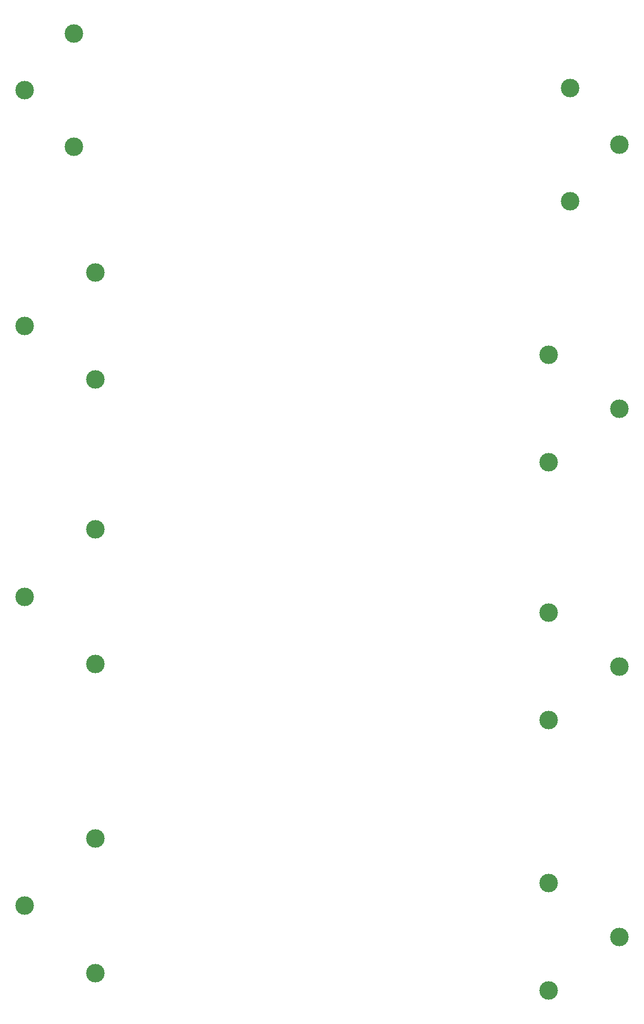
<source format=gbr>
%TF.GenerationSoftware,Altium Limited,Altium Designer,25.1.2 (22)*%
G04 Layer_Color=0*
%FSLAX45Y45*%
%MOMM*%
%TF.SameCoordinates,0B3AA91C-04DE-403C-A5D4-43E2D843388D*%
%TF.FilePolarity,Positive*%
%TF.FileFunction,NonPlated,1,4,NPTH,Drill*%
%TF.Part,Single*%
G01*
G75*
%TA.AperFunction,ComponentDrill*%
%ADD74C,2.99000*%
D74*
X13385800Y5016500D02*
D03*
X12242800Y4151500D02*
D03*
Y5881500D02*
D03*
X13385800Y9385300D02*
D03*
X12242800Y8520300D02*
D03*
Y10250300D02*
D03*
X13385800Y13550900D02*
D03*
X12242800Y12685900D02*
D03*
Y14415900D02*
D03*
X3771900Y10510400D02*
D03*
X4914900Y11597400D02*
D03*
Y9423400D02*
D03*
X3771900Y18694400D02*
D03*
X4571900Y19609900D02*
D03*
Y17778900D02*
D03*
X13385800Y17818100D02*
D03*
X12585800Y16902600D02*
D03*
Y18733600D02*
D03*
X3771900Y14884399D02*
D03*
X4914900Y15749400D02*
D03*
Y14019400D02*
D03*
Y4432300D02*
D03*
Y6606300D02*
D03*
X3771900Y5519300D02*
D03*
%TF.MD5,a27a9efeef4f8e9b3d9571681eb328bc*%
M02*

</source>
